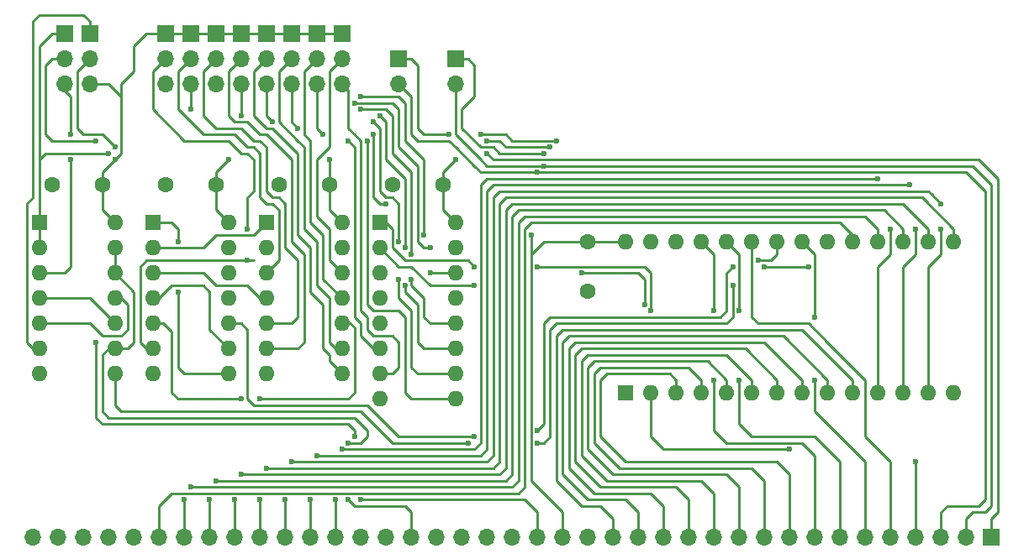
<source format=gtl>
G04 #@! TF.FileFunction,Copper,L1,Top,Signal*
%FSLAX46Y46*%
G04 Gerber Fmt 4.6, Leading zero omitted, Abs format (unit mm)*
G04 Created by KiCad (PCBNEW 4.0.7) date 12/22/18 18:54:53*
%MOMM*%
%LPD*%
G01*
G04 APERTURE LIST*
%ADD10C,0.100000*%
%ADD11R,1.600000X1.600000*%
%ADD12O,1.600000X1.600000*%
%ADD13C,1.600000*%
%ADD14R,1.700000X1.700000*%
%ADD15O,1.700000X1.700000*%
%ADD16C,0.600000*%
%ADD17C,0.250000*%
G04 APERTURE END LIST*
D10*
D11*
X149860000Y-133985000D03*
D12*
X182880000Y-118745000D03*
X152400000Y-133985000D03*
X180340000Y-118745000D03*
X154940000Y-133985000D03*
X177800000Y-118745000D03*
X157480000Y-133985000D03*
X175260000Y-118745000D03*
X160020000Y-133985000D03*
X172720000Y-118745000D03*
X162560000Y-133985000D03*
X170180000Y-118745000D03*
X165100000Y-133985000D03*
X167640000Y-118745000D03*
X167640000Y-133985000D03*
X165100000Y-118745000D03*
X170180000Y-133985000D03*
X162560000Y-118745000D03*
X172720000Y-133985000D03*
X160020000Y-118745000D03*
X175260000Y-133985000D03*
X157480000Y-118745000D03*
X177800000Y-133985000D03*
X154940000Y-118745000D03*
X180340000Y-133985000D03*
X152400000Y-118745000D03*
X182880000Y-133985000D03*
X149860000Y-118745000D03*
D13*
X131445000Y-113030000D03*
X126445000Y-113030000D03*
X120015000Y-113030000D03*
X115015000Y-113030000D03*
X146050000Y-118745000D03*
X146050000Y-123745000D03*
X108585000Y-113030000D03*
X103585000Y-113030000D03*
D14*
X186690000Y-148590000D03*
D15*
X184150000Y-148590000D03*
X181610000Y-148590000D03*
X179070000Y-148590000D03*
X176530000Y-148590000D03*
X173990000Y-148590000D03*
X171450000Y-148590000D03*
X168910000Y-148590000D03*
X166370000Y-148590000D03*
X163830000Y-148590000D03*
X161290000Y-148590000D03*
X158750000Y-148590000D03*
X156210000Y-148590000D03*
X153670000Y-148590000D03*
X151130000Y-148590000D03*
X148590000Y-148590000D03*
X146050000Y-148590000D03*
X143510000Y-148590000D03*
X140970000Y-148590000D03*
X138430000Y-148590000D03*
X135890000Y-148590000D03*
X133350000Y-148590000D03*
X130810000Y-148590000D03*
X128270000Y-148590000D03*
X125730000Y-148590000D03*
X123190000Y-148590000D03*
X120650000Y-148590000D03*
X118110000Y-148590000D03*
X115570000Y-148590000D03*
X113030000Y-148590000D03*
X110490000Y-148590000D03*
X107950000Y-148590000D03*
X105410000Y-148590000D03*
X102870000Y-148590000D03*
X100330000Y-148590000D03*
X97790000Y-148590000D03*
X95250000Y-148590000D03*
X92710000Y-148590000D03*
X90170000Y-148590000D03*
D14*
X127000000Y-100330000D03*
D15*
X127000000Y-102870000D03*
D14*
X132715000Y-100330000D03*
D15*
X132715000Y-102870000D03*
D14*
X103505000Y-97790000D03*
D15*
X103505000Y-100330000D03*
X103505000Y-102870000D03*
D14*
X106045000Y-97790000D03*
D15*
X106045000Y-100330000D03*
X106045000Y-102870000D03*
D14*
X108585000Y-97790000D03*
D15*
X108585000Y-100330000D03*
X108585000Y-102870000D03*
D14*
X111125000Y-97790000D03*
D15*
X111125000Y-100330000D03*
X111125000Y-102870000D03*
D14*
X113665000Y-97790000D03*
D15*
X113665000Y-100330000D03*
X113665000Y-102870000D03*
D14*
X116205000Y-97790000D03*
D15*
X116205000Y-100330000D03*
X116205000Y-102870000D03*
D14*
X95885000Y-97790000D03*
D15*
X95885000Y-100330000D03*
X95885000Y-102870000D03*
D14*
X118745000Y-97790000D03*
D15*
X118745000Y-100330000D03*
X118745000Y-102870000D03*
D14*
X121285000Y-97790000D03*
D15*
X121285000Y-100330000D03*
X121285000Y-102870000D03*
D11*
X125095000Y-116840000D03*
D12*
X132715000Y-134620000D03*
X125095000Y-119380000D03*
X132715000Y-132080000D03*
X125095000Y-121920000D03*
X132715000Y-129540000D03*
X125095000Y-124460000D03*
X132715000Y-127000000D03*
X125095000Y-127000000D03*
X132715000Y-124460000D03*
X125095000Y-129540000D03*
X132715000Y-121920000D03*
X125095000Y-132080000D03*
X132715000Y-119380000D03*
X125095000Y-134620000D03*
X132715000Y-116840000D03*
D11*
X113665000Y-116840000D03*
D12*
X121285000Y-132080000D03*
X113665000Y-119380000D03*
X121285000Y-129540000D03*
X113665000Y-121920000D03*
X121285000Y-127000000D03*
X113665000Y-124460000D03*
X121285000Y-124460000D03*
X113665000Y-127000000D03*
X121285000Y-121920000D03*
X113665000Y-129540000D03*
X121285000Y-119380000D03*
X113665000Y-132080000D03*
X121285000Y-116840000D03*
D11*
X102235000Y-116840000D03*
D12*
X109855000Y-132080000D03*
X102235000Y-119380000D03*
X109855000Y-129540000D03*
X102235000Y-121920000D03*
X109855000Y-127000000D03*
X102235000Y-124460000D03*
X109855000Y-124460000D03*
X102235000Y-127000000D03*
X109855000Y-121920000D03*
X102235000Y-129540000D03*
X109855000Y-119380000D03*
X102235000Y-132080000D03*
X109855000Y-116840000D03*
D11*
X90805000Y-116840000D03*
D12*
X98425000Y-132080000D03*
X90805000Y-119380000D03*
X98425000Y-129540000D03*
X90805000Y-121920000D03*
X98425000Y-127000000D03*
X90805000Y-124460000D03*
X98425000Y-124460000D03*
X90805000Y-127000000D03*
X98425000Y-121920000D03*
X90805000Y-129540000D03*
X98425000Y-119380000D03*
X90805000Y-132080000D03*
X98425000Y-116840000D03*
D13*
X97155000Y-113030000D03*
X92155000Y-113030000D03*
D14*
X93345000Y-97790000D03*
D15*
X93345000Y-100330000D03*
X93345000Y-102870000D03*
D16*
X140335000Y-118110000D03*
X132715000Y-110490000D03*
X120015000Y-110490000D03*
X98425000Y-110490000D03*
X109855000Y-110490000D03*
X97790000Y-109855000D03*
X135890000Y-109855000D03*
X141605000Y-111125000D03*
X140970000Y-111760000D03*
X134620000Y-123190000D03*
X134620000Y-121285000D03*
X179070000Y-140970000D03*
X166370000Y-139700000D03*
X152400000Y-125730000D03*
X140970000Y-121285000D03*
X168910000Y-132715000D03*
X168910000Y-126365000D03*
X161290000Y-125730000D03*
X161290000Y-132715000D03*
X158750000Y-132715000D03*
X158750000Y-125730000D03*
X176530000Y-117475000D03*
X175260000Y-112395000D03*
X121285000Y-139700000D03*
X120650000Y-144780000D03*
X178435000Y-113030000D03*
X179070000Y-117475000D03*
X118110000Y-144780000D03*
X118745000Y-140335000D03*
X116205000Y-140970000D03*
X181610000Y-114935000D03*
X181610000Y-117475000D03*
X115570000Y-144780000D03*
X113030000Y-144780000D03*
X113665000Y-141605000D03*
X111125000Y-142240000D03*
X110490000Y-144780000D03*
X108585000Y-142875000D03*
X107950000Y-144780000D03*
X106045000Y-143510000D03*
X105410000Y-144780000D03*
X96520000Y-128905000D03*
X123190000Y-144780000D03*
X122555000Y-138430000D03*
X121920000Y-144780000D03*
X121920000Y-139065000D03*
X135255000Y-107950000D03*
X132080000Y-107950000D03*
X142875000Y-108585000D03*
X145415000Y-121920000D03*
X151765000Y-125095000D03*
X141605000Y-109855000D03*
X111760000Y-117475000D03*
X122555000Y-104775000D03*
X130175000Y-119380000D03*
X123190000Y-105410000D03*
X106045000Y-105410000D03*
X128270000Y-120015000D03*
X130175000Y-121920000D03*
X129540000Y-118110000D03*
X123190000Y-104140000D03*
X111125000Y-106045000D03*
X125095000Y-106045000D03*
X127635000Y-119380000D03*
X128270000Y-122555000D03*
X127635000Y-123190000D03*
X127000000Y-118745000D03*
X114300000Y-106680000D03*
X124460000Y-106680000D03*
X116840000Y-107315000D03*
X125730000Y-114935000D03*
X127000000Y-122555000D03*
X124460000Y-107950000D03*
X121920000Y-108585000D03*
X96520000Y-108585000D03*
X98425000Y-109220000D03*
X135890000Y-108585000D03*
X142240000Y-109220000D03*
X123825000Y-108585000D03*
X119380000Y-107950000D03*
X140970000Y-137795000D03*
X134620000Y-138430000D03*
X160655000Y-121285000D03*
X168275000Y-121285000D03*
X163830000Y-121285000D03*
X163195000Y-120650000D03*
X160655000Y-123190000D03*
X140970000Y-139065000D03*
X133985000Y-139065000D03*
X111125000Y-134620000D03*
X113030000Y-134620000D03*
X111760000Y-120650000D03*
X93980000Y-107950000D03*
X93980000Y-110490000D03*
X104775000Y-123825000D03*
X104775000Y-118745000D03*
D17*
X97790000Y-102870000D02*
X99060000Y-104140000D01*
X99060000Y-104140000D02*
X99060000Y-103505000D01*
X99060000Y-102870000D02*
X99060000Y-103505000D01*
X99060000Y-103505000D02*
X99060000Y-109855000D01*
X99060000Y-109855000D02*
X98425000Y-110490000D01*
X140335000Y-120015000D02*
X140335000Y-118110000D01*
X95885000Y-102870000D02*
X97790000Y-102870000D01*
X99060000Y-102870000D02*
X100330000Y-101600000D01*
X100330000Y-101600000D02*
X100330000Y-99060000D01*
X100330000Y-99060000D02*
X101600000Y-97790000D01*
X101600000Y-97790000D02*
X103505000Y-97790000D01*
X118745000Y-97790000D02*
X121285000Y-97790000D01*
X116205000Y-97790000D02*
X118745000Y-97790000D01*
X113665000Y-97790000D02*
X116205000Y-97790000D01*
X111125000Y-97790000D02*
X113665000Y-97790000D01*
X108585000Y-97790000D02*
X111125000Y-97790000D01*
X106045000Y-97790000D02*
X108585000Y-97790000D01*
X103505000Y-97790000D02*
X106045000Y-97790000D01*
X131445000Y-111760000D02*
X131445000Y-113030000D01*
X131445000Y-111760000D02*
X132715000Y-110490000D01*
X120015000Y-111760000D02*
X120015000Y-110490000D01*
X120015000Y-111760000D02*
X120015000Y-113030000D01*
X97155000Y-111760000D02*
X98425000Y-110490000D01*
X97155000Y-113030000D02*
X97155000Y-111760000D01*
X108585000Y-111760000D02*
X109855000Y-110490000D01*
X108585000Y-111760000D02*
X108585000Y-113030000D01*
X131445000Y-113030000D02*
X131445000Y-115570000D01*
X131445000Y-115570000D02*
X132715000Y-116840000D01*
X120015000Y-113030000D02*
X120015000Y-115570000D01*
X120015000Y-115570000D02*
X121285000Y-116840000D01*
X108585000Y-113030000D02*
X108585000Y-115570000D01*
X108585000Y-115570000D02*
X109855000Y-116840000D01*
X97155000Y-113030000D02*
X97155000Y-115570000D01*
X97155000Y-115570000D02*
X98425000Y-116840000D01*
X145415000Y-118745000D02*
X149860000Y-118745000D01*
X143510000Y-148590000D02*
X143510000Y-146050000D01*
X143510000Y-146050000D02*
X140335000Y-142875000D01*
X140335000Y-142875000D02*
X140335000Y-120015000D01*
X141605000Y-118745000D02*
X145415000Y-118745000D01*
X140335000Y-120015000D02*
X141605000Y-118745000D01*
X90805000Y-110490000D02*
X90805000Y-99060000D01*
X92075000Y-97790000D02*
X93345000Y-97790000D01*
X90805000Y-99060000D02*
X92075000Y-97790000D01*
X139065000Y-110490000D02*
X136525000Y-110490000D01*
X186690000Y-148590000D02*
X186690000Y-146685000D01*
X187325000Y-112395000D02*
X185420000Y-110490000D01*
X187325000Y-146050000D02*
X187325000Y-112395000D01*
X186690000Y-146685000D02*
X187325000Y-146050000D01*
X139065000Y-110490000D02*
X185420000Y-110490000D01*
X135890000Y-109855000D02*
X136525000Y-110490000D01*
X90805000Y-110490000D02*
X90805000Y-116840000D01*
X91440000Y-109855000D02*
X90805000Y-110490000D01*
X97790000Y-109855000D02*
X91440000Y-109855000D01*
X90805000Y-119380000D02*
X90805000Y-116840000D01*
X135255000Y-110490000D02*
X132715000Y-107950000D01*
X132715000Y-107950000D02*
X132715000Y-102870000D01*
X140970000Y-111125000D02*
X139065000Y-111125000D01*
X139065000Y-111125000D02*
X135890000Y-111125000D01*
X135255000Y-110490000D02*
X135890000Y-111125000D01*
X184785000Y-111125000D02*
X141605000Y-111125000D01*
X141605000Y-111125000D02*
X140970000Y-111125000D01*
X186690000Y-113030000D02*
X184785000Y-111125000D01*
X184150000Y-146685000D02*
X184785000Y-146050000D01*
X184785000Y-146050000D02*
X186055000Y-146050000D01*
X186055000Y-146050000D02*
X186690000Y-145415000D01*
X186690000Y-145415000D02*
X186690000Y-113030000D01*
X184150000Y-148590000D02*
X184150000Y-146685000D01*
X127000000Y-121285000D02*
X128270000Y-121285000D01*
X128270000Y-121285000D02*
X130175000Y-123190000D01*
X130175000Y-123190000D02*
X134620000Y-123190000D01*
X127000000Y-121285000D02*
X125095000Y-119380000D01*
X127000000Y-102870000D02*
X128270000Y-104140000D01*
X132715000Y-109220000D02*
X132080000Y-108585000D01*
X137795000Y-111760000D02*
X135255000Y-111760000D01*
X137795000Y-111760000D02*
X140970000Y-111760000D01*
X134620000Y-111125000D02*
X135255000Y-111760000D01*
X134620000Y-111125000D02*
X132715000Y-109220000D01*
X132080000Y-108585000D02*
X128905000Y-108585000D01*
X128905000Y-108585000D02*
X128270000Y-107950000D01*
X128270000Y-104140000D02*
X128270000Y-107950000D01*
X140970000Y-111760000D02*
X141605000Y-111760000D01*
X186055000Y-113665000D02*
X184150000Y-111760000D01*
X184150000Y-111760000D02*
X141605000Y-111760000D01*
X181610000Y-148590000D02*
X181610000Y-146050000D01*
X186055000Y-144780000D02*
X186055000Y-114300000D01*
X185420000Y-145415000D02*
X186055000Y-144780000D01*
X182245000Y-145415000D02*
X185420000Y-145415000D01*
X181610000Y-146050000D02*
X182245000Y-145415000D01*
X186055000Y-114300000D02*
X186055000Y-113665000D01*
X125095000Y-116840000D02*
X125730000Y-116840000D01*
X125730000Y-116840000D02*
X126365000Y-117475000D01*
X126365000Y-117475000D02*
X126365000Y-119380000D01*
X126365000Y-119380000D02*
X127635000Y-120650000D01*
X127635000Y-120650000D02*
X133985000Y-120650000D01*
X133985000Y-120650000D02*
X134620000Y-121285000D01*
X166370000Y-139700000D02*
X153670000Y-139700000D01*
X153670000Y-139700000D02*
X152400000Y-138430000D01*
X152400000Y-133985000D02*
X152400000Y-138430000D01*
X179070000Y-140970000D02*
X179070000Y-148590000D01*
X152400000Y-121920000D02*
X152400000Y-125730000D01*
X151765000Y-121285000D02*
X152400000Y-121920000D01*
X140970000Y-121285000D02*
X151765000Y-121285000D01*
X174625000Y-139065000D02*
X176530000Y-140970000D01*
X176530000Y-148590000D02*
X176530000Y-140970000D01*
X173990000Y-132715000D02*
X170180000Y-128905000D01*
X173990000Y-138430000D02*
X173990000Y-132715000D01*
X174625000Y-139065000D02*
X173990000Y-138430000D01*
X170180000Y-128905000D02*
X168275000Y-127000000D01*
X162560000Y-121285000D02*
X162560000Y-118745000D01*
X162560000Y-126365000D02*
X163195000Y-127000000D01*
X163195000Y-127000000D02*
X168275000Y-127000000D01*
X162560000Y-121285000D02*
X162560000Y-126365000D01*
X170815000Y-137795000D02*
X168910000Y-135890000D01*
X172085000Y-139065000D02*
X173990000Y-140970000D01*
X173990000Y-148590000D02*
X173990000Y-140970000D01*
X168910000Y-135890000D02*
X168910000Y-132715000D01*
X172085000Y-139065000D02*
X170815000Y-137795000D01*
X168910000Y-120015000D02*
X168910000Y-126365000D01*
X167640000Y-118745000D02*
X168910000Y-120015000D01*
X169545000Y-139065000D02*
X171450000Y-140970000D01*
X161290000Y-120015000D02*
X161290000Y-125730000D01*
X161290000Y-132715000D02*
X161290000Y-137160000D01*
X161290000Y-137160000D02*
X162560000Y-138430000D01*
X162560000Y-138430000D02*
X168910000Y-138430000D01*
X168910000Y-138430000D02*
X169545000Y-139065000D01*
X171450000Y-148590000D02*
X171450000Y-140970000D01*
X161290000Y-120015000D02*
X160020000Y-118745000D01*
X168910000Y-140970000D02*
X168910000Y-140335000D01*
X167005000Y-139065000D02*
X160020000Y-139065000D01*
X160020000Y-139065000D02*
X158750000Y-137795000D01*
X158750000Y-137795000D02*
X158750000Y-132715000D01*
X158750000Y-125730000D02*
X158750000Y-120015000D01*
X157480000Y-118745000D02*
X158750000Y-120015000D01*
X168910000Y-140970000D02*
X168910000Y-148590000D01*
X167640000Y-139065000D02*
X167005000Y-139065000D01*
X168910000Y-140335000D02*
X167640000Y-139065000D01*
X154940000Y-133985000D02*
X154940000Y-132715000D01*
X166370000Y-142240000D02*
X166370000Y-148590000D01*
X165100000Y-140970000D02*
X166370000Y-142240000D01*
X149860000Y-140970000D02*
X165100000Y-140970000D01*
X147320000Y-138430000D02*
X149860000Y-140970000D01*
X147320000Y-132715000D02*
X147320000Y-138430000D01*
X147955000Y-132080000D02*
X147320000Y-132715000D01*
X154305000Y-132080000D02*
X147955000Y-132080000D01*
X154940000Y-132715000D02*
X154305000Y-132080000D01*
X162560000Y-141605000D02*
X163830000Y-142875000D01*
X157480000Y-133985000D02*
X157480000Y-132715000D01*
X163830000Y-142875000D02*
X163830000Y-148590000D01*
X149225000Y-141605000D02*
X162560000Y-141605000D01*
X146685000Y-139065000D02*
X149225000Y-141605000D01*
X146685000Y-132080000D02*
X146685000Y-139065000D01*
X147320000Y-131445000D02*
X146685000Y-132080000D01*
X156210000Y-131445000D02*
X147320000Y-131445000D01*
X157480000Y-132715000D02*
X156210000Y-131445000D01*
X161290000Y-148590000D02*
X161290000Y-143510000D01*
X160020000Y-132715000D02*
X160020000Y-133985000D01*
X158115000Y-130810000D02*
X160020000Y-132715000D01*
X146685000Y-130810000D02*
X158115000Y-130810000D01*
X146050000Y-131445000D02*
X146685000Y-130810000D01*
X146050000Y-139700000D02*
X146050000Y-131445000D01*
X148590000Y-142240000D02*
X146050000Y-139700000D01*
X160020000Y-142240000D02*
X148590000Y-142240000D01*
X161290000Y-143510000D02*
X160020000Y-142240000D01*
X162560000Y-133985000D02*
X162560000Y-132715000D01*
X158750000Y-144145000D02*
X158750000Y-148590000D01*
X157480000Y-142875000D02*
X158750000Y-144145000D01*
X147955000Y-142875000D02*
X157480000Y-142875000D01*
X145415000Y-140335000D02*
X147955000Y-142875000D01*
X145415000Y-130810000D02*
X145415000Y-140335000D01*
X146050000Y-130175000D02*
X145415000Y-130810000D01*
X160020000Y-130175000D02*
X146050000Y-130175000D01*
X162560000Y-132715000D02*
X160020000Y-130175000D01*
X156210000Y-148590000D02*
X156210000Y-144780000D01*
X165100000Y-132715000D02*
X165100000Y-133985000D01*
X161925000Y-129540000D02*
X165100000Y-132715000D01*
X145415000Y-129540000D02*
X161925000Y-129540000D01*
X144780000Y-130175000D02*
X145415000Y-129540000D01*
X144780000Y-140970000D02*
X144780000Y-130175000D01*
X147320000Y-143510000D02*
X144780000Y-140970000D01*
X154940000Y-143510000D02*
X147320000Y-143510000D01*
X156210000Y-144780000D02*
X154940000Y-143510000D01*
X167640000Y-133985000D02*
X167640000Y-132715000D01*
X153670000Y-145415000D02*
X153670000Y-148590000D01*
X152400000Y-144145000D02*
X153670000Y-145415000D01*
X146685000Y-144145000D02*
X152400000Y-144145000D01*
X144145000Y-141605000D02*
X146685000Y-144145000D01*
X144145000Y-129540000D02*
X144145000Y-141605000D01*
X144780000Y-128905000D02*
X144145000Y-129540000D01*
X163830000Y-128905000D02*
X144780000Y-128905000D01*
X167640000Y-132715000D02*
X163830000Y-128905000D01*
X151130000Y-148590000D02*
X151130000Y-146050000D01*
X170180000Y-132715000D02*
X170180000Y-133985000D01*
X165735000Y-128270000D02*
X170180000Y-132715000D01*
X144145000Y-128270000D02*
X165735000Y-128270000D01*
X143510000Y-128905000D02*
X144145000Y-128270000D01*
X143510000Y-142240000D02*
X143510000Y-128905000D01*
X146050000Y-144780000D02*
X143510000Y-142240000D01*
X149860000Y-144780000D02*
X146050000Y-144780000D01*
X151130000Y-146050000D02*
X149860000Y-144780000D01*
X172720000Y-133985000D02*
X172720000Y-132715000D01*
X148590000Y-146685000D02*
X148590000Y-148590000D01*
X147320000Y-145415000D02*
X148590000Y-146685000D01*
X145415000Y-145415000D02*
X147320000Y-145415000D01*
X142875000Y-142875000D02*
X145415000Y-145415000D01*
X142875000Y-128270000D02*
X142875000Y-142875000D01*
X143510000Y-127635000D02*
X142875000Y-128270000D01*
X167640000Y-127635000D02*
X143510000Y-127635000D01*
X172720000Y-132715000D02*
X167640000Y-127635000D01*
X121285000Y-139700000D02*
X132080000Y-139700000D01*
X135255000Y-113030000D02*
X135255000Y-139065000D01*
X134620000Y-139700000D02*
X132080000Y-139700000D01*
X135255000Y-139065000D02*
X134620000Y-139700000D01*
X138430000Y-112395000D02*
X168275000Y-112395000D01*
X175260000Y-130810000D02*
X175260000Y-121285000D01*
X175260000Y-121285000D02*
X176530000Y-120015000D01*
X176530000Y-120015000D02*
X176530000Y-117475000D01*
X175260000Y-112395000D02*
X168275000Y-112395000D01*
X137160000Y-112395000D02*
X136525000Y-112395000D01*
X137160000Y-112395000D02*
X138430000Y-112395000D01*
X135890000Y-112395000D02*
X135255000Y-113030000D01*
X136525000Y-112395000D02*
X135890000Y-112395000D01*
X175260000Y-130810000D02*
X175260000Y-133985000D01*
X120650000Y-144780000D02*
X120650000Y-148590000D01*
X132715000Y-140335000D02*
X135255000Y-140335000D01*
X135890000Y-139700000D02*
X135890000Y-113665000D01*
X135255000Y-140335000D02*
X135890000Y-139700000D01*
X137795000Y-113030000D02*
X136525000Y-113030000D01*
X136525000Y-113030000D02*
X135890000Y-113665000D01*
X138430000Y-113030000D02*
X168275000Y-113030000D01*
X178435000Y-113030000D02*
X168275000Y-113030000D01*
X177800000Y-133985000D02*
X177800000Y-121285000D01*
X179070000Y-120015000D02*
X179070000Y-117475000D01*
X177800000Y-121285000D02*
X179070000Y-120015000D01*
X138430000Y-113030000D02*
X137795000Y-113030000D01*
X118110000Y-144780000D02*
X118110000Y-148590000D01*
X123190000Y-140335000D02*
X118745000Y-140335000D01*
X132715000Y-140335000D02*
X123190000Y-140335000D01*
X136525000Y-114300000D02*
X136525000Y-140335000D01*
X133350000Y-140970000D02*
X116205000Y-140970000D01*
X138430000Y-113665000D02*
X168275000Y-113665000D01*
X180340000Y-113665000D02*
X168275000Y-113665000D01*
X180340000Y-133985000D02*
X180340000Y-121285000D01*
X181610000Y-114935000D02*
X180657500Y-113982500D01*
X181610000Y-120015000D02*
X181610000Y-117475000D01*
X180340000Y-121285000D02*
X181610000Y-120015000D01*
X180657500Y-113982500D02*
X180340000Y-113665000D01*
X138430000Y-113665000D02*
X137795000Y-113665000D01*
X137160000Y-113665000D02*
X136525000Y-114300000D01*
X137795000Y-113665000D02*
X137160000Y-113665000D01*
X136525000Y-140335000D02*
X135890000Y-140970000D01*
X135890000Y-140970000D02*
X133350000Y-140970000D01*
X115570000Y-144780000D02*
X115570000Y-148590000D01*
X133985000Y-141605000D02*
X136525000Y-141605000D01*
X137160000Y-140970000D02*
X137160000Y-114935000D01*
X136525000Y-141605000D02*
X137160000Y-140970000D01*
X138430000Y-114300000D02*
X137795000Y-114300000D01*
X179889998Y-114484998D02*
X179705000Y-114300000D01*
X182880000Y-118745000D02*
X182880000Y-117475000D01*
X182880000Y-117475000D02*
X179889998Y-114484998D01*
X179705000Y-114300000D02*
X168275000Y-114300000D01*
X138430000Y-114300000D02*
X168275000Y-114300000D01*
X137795000Y-114300000D02*
X137160000Y-114935000D01*
X113030000Y-144780000D02*
X113030000Y-148590000D01*
X133985000Y-141605000D02*
X113665000Y-141605000D01*
X137795000Y-115570000D02*
X137795000Y-141605000D01*
X113665000Y-142240000D02*
X111125000Y-142240000D01*
X134620000Y-142240000D02*
X113665000Y-142240000D01*
X137795000Y-115570000D02*
X138430000Y-114935000D01*
X139065000Y-114935000D02*
X138430000Y-114935000D01*
X180340000Y-118745000D02*
X180340000Y-117475000D01*
X177800000Y-114935000D02*
X168275000Y-114935000D01*
X180340000Y-117475000D02*
X177800000Y-114935000D01*
X139065000Y-114935000D02*
X168275000Y-114935000D01*
X137795000Y-141605000D02*
X137160000Y-142240000D01*
X137160000Y-142240000D02*
X134620000Y-142240000D01*
X110490000Y-144780000D02*
X110490000Y-148590000D01*
X135255000Y-142875000D02*
X137795000Y-142875000D01*
X138430000Y-142240000D02*
X138430000Y-116205000D01*
X137795000Y-142875000D02*
X138430000Y-142240000D01*
X134620000Y-142875000D02*
X135255000Y-142875000D01*
X139065000Y-115570000D02*
X138430000Y-116205000D01*
X139065000Y-115570000D02*
X168275000Y-115570000D01*
X175260000Y-115570000D02*
X168275000Y-115570000D01*
X175895000Y-115570000D02*
X177800000Y-117475000D01*
X177800000Y-117475000D02*
X177800000Y-118745000D01*
X175260000Y-115570000D02*
X175895000Y-115570000D01*
X108585000Y-142875000D02*
X134620000Y-142875000D01*
X134620000Y-142875000D02*
X135070002Y-142875000D01*
X107950000Y-148590000D02*
X107950000Y-144780000D01*
X177800000Y-118745000D02*
X177800000Y-118110000D01*
X139065000Y-142240000D02*
X139065000Y-142875000D01*
X138430000Y-143510000D02*
X137795000Y-143510000D01*
X139065000Y-142875000D02*
X138430000Y-143510000D01*
X139065000Y-116840000D02*
X139065000Y-142240000D01*
X137795000Y-143510000D02*
X135890000Y-143510000D01*
X135890000Y-143510000D02*
X106045000Y-143510000D01*
X168275000Y-116205000D02*
X139700000Y-116205000D01*
X175260000Y-117475000D02*
X173990000Y-116205000D01*
X173990000Y-116205000D02*
X168275000Y-116205000D01*
X175260000Y-118745000D02*
X175260000Y-117475000D01*
X139700000Y-116205000D02*
X139065000Y-116840000D01*
X105410000Y-144780000D02*
X105410000Y-148590000D01*
X139700000Y-142875000D02*
X139700000Y-143510000D01*
X139065000Y-144145000D02*
X138430000Y-144145000D01*
X139700000Y-143510000D02*
X139065000Y-144145000D01*
X136525000Y-144145000D02*
X138430000Y-144145000D01*
X136525000Y-144145000D02*
X104775000Y-144145000D01*
X104775000Y-144145000D02*
X104140000Y-144145000D01*
X104140000Y-144145000D02*
X102870000Y-145415000D01*
X102870000Y-145415000D02*
X102870000Y-148590000D01*
X139700000Y-142875000D02*
X139700000Y-117475000D01*
X140335000Y-116840000D02*
X139700000Y-117475000D01*
X168275000Y-116840000D02*
X140335000Y-116840000D01*
X171450000Y-116840000D02*
X168275000Y-116840000D01*
X172720000Y-118110000D02*
X171450000Y-116840000D01*
X172720000Y-118745000D02*
X172720000Y-118110000D01*
X122555000Y-138430000D02*
X122555000Y-137795000D01*
X122555000Y-137795000D02*
X121920000Y-137160000D01*
X121920000Y-137160000D02*
X97155000Y-137160000D01*
X140970000Y-148590000D02*
X140970000Y-146050000D01*
X125095000Y-144780000D02*
X139065000Y-144780000D01*
X139065000Y-144780000D02*
X139700000Y-144780000D01*
X139700000Y-144780000D02*
X140970000Y-146050000D01*
X125095000Y-144780000D02*
X123190000Y-144780000D01*
X96520000Y-128905000D02*
X96520000Y-136525000D01*
X96520000Y-136525000D02*
X97155000Y-137160000D01*
X90805000Y-124460000D02*
X90170000Y-124460000D01*
X90805000Y-124460000D02*
X95885000Y-124460000D01*
X95885000Y-124460000D02*
X98425000Y-127000000D01*
X123190000Y-139065000D02*
X123825000Y-138430000D01*
X122555000Y-136525000D02*
X123825000Y-137795000D01*
X123825000Y-137795000D02*
X123825000Y-138430000D01*
X97155000Y-135890000D02*
X97790000Y-136525000D01*
X97790000Y-136525000D02*
X122555000Y-136525000D01*
X97155000Y-135890000D02*
X97155000Y-133985000D01*
X97155000Y-130175000D02*
X97155000Y-133985000D01*
X97790000Y-129540000D02*
X97155000Y-130175000D01*
X122555000Y-145415000D02*
X121920000Y-144780000D01*
X128270000Y-146050000D02*
X128270000Y-148590000D01*
X127635000Y-145415000D02*
X123825000Y-145415000D01*
X128270000Y-146050000D02*
X127635000Y-145415000D01*
X123825000Y-145415000D02*
X122555000Y-145415000D01*
X123190000Y-139065000D02*
X121920000Y-139065000D01*
X98425000Y-129540000D02*
X97790000Y-129540000D01*
X100330000Y-127635000D02*
X100330000Y-128905000D01*
X99695000Y-129540000D02*
X98425000Y-129540000D01*
X100330000Y-128905000D02*
X99695000Y-129540000D01*
X98425000Y-121920000D02*
X100330000Y-123825000D01*
X100330000Y-123825000D02*
X100330000Y-127635000D01*
X98425000Y-121920000D02*
X98425000Y-119380000D01*
X127000000Y-100330000D02*
X128270000Y-100330000D01*
X138430000Y-108585000D02*
X137795000Y-107950000D01*
X137795000Y-107950000D02*
X135255000Y-107950000D01*
X142875000Y-108585000D02*
X138430000Y-108585000D01*
X129540000Y-107950000D02*
X132080000Y-107950000D01*
X128905000Y-107315000D02*
X129540000Y-107950000D01*
X128905000Y-100965000D02*
X128905000Y-107315000D01*
X128270000Y-100330000D02*
X128905000Y-100965000D01*
X132715000Y-100330000D02*
X133985000Y-100330000D01*
X151765000Y-125095000D02*
X151765000Y-122555000D01*
X151765000Y-122555000D02*
X151130000Y-121920000D01*
X151130000Y-121920000D02*
X145415000Y-121920000D01*
X137160000Y-109855000D02*
X141605000Y-109855000D01*
X136525000Y-109220000D02*
X137160000Y-109855000D01*
X135255000Y-109220000D02*
X136525000Y-109220000D01*
X133350000Y-107315000D02*
X135255000Y-109220000D01*
X133350000Y-105410000D02*
X133350000Y-107315000D01*
X134620000Y-104140000D02*
X133350000Y-105410000D01*
X134620000Y-100965000D02*
X134620000Y-104140000D01*
X133985000Y-100330000D02*
X134620000Y-100965000D01*
X102235000Y-101600000D02*
X103505000Y-100330000D01*
X102235000Y-105410000D02*
X102235000Y-101600000D01*
X105410000Y-108585000D02*
X102235000Y-105410000D01*
X109855000Y-108585000D02*
X105410000Y-108585000D01*
X111125000Y-109855000D02*
X109855000Y-108585000D01*
X111760000Y-109855000D02*
X111125000Y-109855000D01*
X112395000Y-110490000D02*
X111760000Y-109855000D01*
X112395000Y-113665000D02*
X112395000Y-110490000D01*
X111760000Y-114300000D02*
X112395000Y-113665000D01*
X111760000Y-117475000D02*
X111760000Y-114300000D01*
X128905000Y-111125000D02*
X127000000Y-109220000D01*
X127000000Y-105410000D02*
X126365000Y-104775000D01*
X127000000Y-109220000D02*
X127000000Y-105410000D01*
X126365000Y-104775000D02*
X122555000Y-104775000D01*
X130175000Y-119380000D02*
X129540000Y-119380000D01*
X129540000Y-119380000D02*
X128905000Y-118745000D01*
X128905000Y-118745000D02*
X128905000Y-111125000D01*
X113030000Y-110490000D02*
X113030000Y-109855000D01*
X112395000Y-109220000D02*
X111760000Y-109220000D01*
X113030000Y-109855000D02*
X112395000Y-109220000D01*
X114300000Y-114935000D02*
X113665000Y-114935000D01*
X114935000Y-120650000D02*
X114935000Y-115570000D01*
X114935000Y-115570000D02*
X114300000Y-114935000D01*
X113665000Y-121920000D02*
X114935000Y-120650000D01*
X104775000Y-101600000D02*
X106045000Y-100330000D01*
X104775000Y-105410000D02*
X104775000Y-101600000D01*
X107315000Y-107950000D02*
X104775000Y-105410000D01*
X110490000Y-107950000D02*
X107315000Y-107950000D01*
X111760000Y-109220000D02*
X110490000Y-107950000D01*
X113030000Y-114300000D02*
X113030000Y-110490000D01*
X113665000Y-114935000D02*
X113030000Y-114300000D01*
X128270000Y-111760000D02*
X126365000Y-109855000D01*
X126365000Y-106045000D02*
X125730000Y-105410000D01*
X126365000Y-109855000D02*
X126365000Y-106045000D01*
X128270000Y-120015000D02*
X128270000Y-112395000D01*
X128270000Y-112395000D02*
X128270000Y-111760000D01*
X130175000Y-121920000D02*
X132715000Y-121920000D01*
X125730000Y-105410000D02*
X123190000Y-105410000D01*
X106045000Y-105410000D02*
X106045000Y-102870000D01*
X106045000Y-105410000D02*
X106045000Y-105410000D01*
X113665000Y-109855000D02*
X113665000Y-109220000D01*
X113030000Y-108585000D02*
X112395000Y-108585000D01*
X113665000Y-109220000D02*
X113030000Y-108585000D01*
X113665000Y-127000000D02*
X116205000Y-127000000D01*
X107315000Y-101600000D02*
X108585000Y-100330000D01*
X107315000Y-106045000D02*
X107315000Y-101600000D01*
X108585000Y-107315000D02*
X107315000Y-106045000D01*
X111125000Y-107315000D02*
X108585000Y-107315000D01*
X112395000Y-108585000D02*
X111125000Y-107315000D01*
X113665000Y-113665000D02*
X113665000Y-109855000D01*
X114300000Y-114300000D02*
X113665000Y-113665000D01*
X114935000Y-114300000D02*
X114300000Y-114300000D01*
X115570000Y-114935000D02*
X114935000Y-114300000D01*
X115570000Y-119380000D02*
X115570000Y-114935000D01*
X116840000Y-120650000D02*
X115570000Y-119380000D01*
X116840000Y-126365000D02*
X116840000Y-120650000D01*
X116205000Y-127000000D02*
X116840000Y-126365000D01*
X129540000Y-111125000D02*
X129540000Y-110490000D01*
X129540000Y-118110000D02*
X129540000Y-111125000D01*
X127000000Y-104140000D02*
X123190000Y-104140000D01*
X127635000Y-104775000D02*
X127000000Y-104140000D01*
X127635000Y-108585000D02*
X127635000Y-104775000D01*
X129540000Y-110490000D02*
X127635000Y-108585000D01*
X113665000Y-107950000D02*
X113030000Y-107950000D01*
X117475000Y-120015000D02*
X116205000Y-118745000D01*
X116205000Y-118745000D02*
X116205000Y-110490000D01*
X116205000Y-110490000D02*
X113665000Y-107950000D01*
X113665000Y-129540000D02*
X116840000Y-129540000D01*
X116840000Y-129540000D02*
X117475000Y-128905000D01*
X117475000Y-128905000D02*
X117475000Y-120015000D01*
X109855000Y-101600000D02*
X111125000Y-100330000D01*
X109855000Y-106045000D02*
X109855000Y-101600000D01*
X110490000Y-106680000D02*
X109855000Y-106045000D01*
X111760000Y-106680000D02*
X110490000Y-106680000D01*
X113030000Y-107950000D02*
X111760000Y-106680000D01*
X127635000Y-112395000D02*
X127000000Y-111760000D01*
X125730000Y-106680000D02*
X125095000Y-106045000D01*
X125730000Y-107315000D02*
X125730000Y-106680000D01*
X125730000Y-110490000D02*
X125730000Y-107315000D01*
X126365000Y-111125000D02*
X125730000Y-110490000D01*
X127000000Y-111760000D02*
X126365000Y-111125000D01*
X111125000Y-106045000D02*
X111125000Y-102870000D01*
X127635000Y-114935000D02*
X127635000Y-112395000D01*
X132715000Y-127000000D02*
X130175000Y-127000000D01*
X127635000Y-119380000D02*
X127635000Y-114935000D01*
X128270000Y-123190000D02*
X128270000Y-122555000D01*
X129540000Y-124460000D02*
X128270000Y-123190000D01*
X129540000Y-126365000D02*
X129540000Y-124460000D01*
X130175000Y-127000000D02*
X129540000Y-126365000D01*
X113665000Y-100330000D02*
X112395000Y-101600000D01*
X120015000Y-130810000D02*
X121285000Y-132080000D01*
X120015000Y-130175000D02*
X120015000Y-130810000D01*
X119380000Y-129540000D02*
X120015000Y-130175000D01*
X119380000Y-125095000D02*
X119380000Y-129540000D01*
X118110000Y-123825000D02*
X119380000Y-125095000D01*
X118110000Y-119380000D02*
X118110000Y-123825000D01*
X116840000Y-118110000D02*
X118110000Y-119380000D01*
X116840000Y-109855000D02*
X116840000Y-118110000D01*
X114300000Y-107315000D02*
X116840000Y-109855000D01*
X113665000Y-107315000D02*
X114300000Y-107315000D01*
X112395000Y-106045000D02*
X113665000Y-107315000D01*
X112395000Y-101600000D02*
X112395000Y-106045000D01*
X125095000Y-108585000D02*
X125095000Y-107315000D01*
X127000000Y-118745000D02*
X127000000Y-114935000D01*
X127000000Y-114935000D02*
X126365000Y-114300000D01*
X126365000Y-114300000D02*
X125730000Y-114300000D01*
X125730000Y-114300000D02*
X125095000Y-113665000D01*
X125095000Y-113665000D02*
X125095000Y-108585000D01*
X132715000Y-129540000D02*
X129540000Y-129540000D01*
X128905000Y-125095000D02*
X127635000Y-123825000D01*
X128905000Y-128905000D02*
X128905000Y-125095000D01*
X129540000Y-129540000D02*
X128905000Y-128905000D01*
X127635000Y-123825000D02*
X127635000Y-123190000D01*
X113665000Y-106045000D02*
X113665000Y-102870000D01*
X114300000Y-106680000D02*
X113665000Y-106045000D01*
X125095000Y-107315000D02*
X124460000Y-106680000D01*
X116205000Y-100330000D02*
X114935000Y-101600000D01*
X120015000Y-128905000D02*
X120650000Y-129540000D01*
X120015000Y-124460000D02*
X120015000Y-128905000D01*
X118745000Y-123190000D02*
X120015000Y-124460000D01*
X118745000Y-118745000D02*
X118745000Y-123190000D01*
X117475000Y-117475000D02*
X118745000Y-118745000D01*
X117475000Y-109220000D02*
X117475000Y-117475000D01*
X116840000Y-108585000D02*
X117475000Y-109220000D01*
X114935000Y-106680000D02*
X116840000Y-108585000D01*
X114935000Y-101600000D02*
X114935000Y-106680000D01*
X120650000Y-129540000D02*
X121285000Y-129540000D01*
X116840000Y-107315000D02*
X116205000Y-106680000D01*
X116205000Y-102870000D02*
X116205000Y-106680000D01*
X127000000Y-123190000D02*
X127000000Y-122555000D01*
X128905000Y-132080000D02*
X128270000Y-131445000D01*
X128270000Y-131445000D02*
X128270000Y-125730000D01*
X128270000Y-125730000D02*
X127000000Y-124460000D01*
X127000000Y-124460000D02*
X127000000Y-123190000D01*
X128905000Y-132080000D02*
X132715000Y-132080000D01*
X124460000Y-114300000D02*
X124460000Y-108585000D01*
X125095000Y-114935000D02*
X124460000Y-114300000D01*
X125730000Y-114935000D02*
X125095000Y-114935000D01*
X124460000Y-108585000D02*
X124460000Y-107950000D01*
X123190000Y-127000000D02*
X122555000Y-126365000D01*
X122555000Y-126365000D02*
X122555000Y-125730000D01*
X122555000Y-111125000D02*
X122555000Y-109220000D01*
X122555000Y-109220000D02*
X121920000Y-108585000D01*
X122555000Y-125730000D02*
X122555000Y-111125000D01*
X96520000Y-108585000D02*
X92075000Y-108585000D01*
X92075000Y-108585000D02*
X91440000Y-107950000D01*
X91440000Y-107950000D02*
X91440000Y-100965000D01*
X91440000Y-100965000D02*
X92075000Y-100330000D01*
X92075000Y-100330000D02*
X93345000Y-100330000D01*
X124460000Y-129540000D02*
X123190000Y-128270000D01*
X123190000Y-128270000D02*
X123190000Y-127000000D01*
X125095000Y-129540000D02*
X124460000Y-129540000D01*
X90805000Y-129540000D02*
X90170000Y-129540000D01*
X90170000Y-129540000D02*
X89535000Y-128905000D01*
X89535000Y-128905000D02*
X89535000Y-114935000D01*
X89535000Y-114935000D02*
X90170000Y-114300000D01*
X90170000Y-114300000D02*
X90170000Y-96520000D01*
X90170000Y-96520000D02*
X90805000Y-95885000D01*
X90805000Y-95885000D02*
X95250000Y-95885000D01*
X95250000Y-95885000D02*
X95885000Y-96520000D01*
X95885000Y-96520000D02*
X95885000Y-97790000D01*
X98425000Y-109220000D02*
X97155000Y-107950000D01*
X95250000Y-107950000D02*
X94615000Y-107315000D01*
X97155000Y-107950000D02*
X95250000Y-107950000D01*
X95885000Y-100330000D02*
X94615000Y-101600000D01*
X94615000Y-104775000D02*
X94615000Y-107315000D01*
X94615000Y-101600000D02*
X94615000Y-104775000D01*
X137795000Y-109220000D02*
X137160000Y-108585000D01*
X137160000Y-108585000D02*
X135890000Y-108585000D01*
X142240000Y-109220000D02*
X137795000Y-109220000D01*
X118745000Y-100330000D02*
X117475000Y-101600000D01*
X119380000Y-122555000D02*
X121285000Y-124460000D01*
X119380000Y-118110000D02*
X119380000Y-122555000D01*
X118110000Y-116840000D02*
X119380000Y-118110000D01*
X118110000Y-108585000D02*
X118110000Y-116840000D01*
X117475000Y-107950000D02*
X118110000Y-108585000D01*
X117475000Y-101600000D02*
X117475000Y-107950000D01*
X128270000Y-134620000D02*
X127635000Y-133985000D01*
X127635000Y-133985000D02*
X127635000Y-126365000D01*
X127635000Y-126365000D02*
X127000000Y-125730000D01*
X127000000Y-125730000D02*
X124460000Y-125730000D01*
X124460000Y-125730000D02*
X123825000Y-125095000D01*
X123825000Y-125095000D02*
X123825000Y-108585000D01*
X132715000Y-134620000D02*
X128270000Y-134620000D01*
X118745000Y-107315000D02*
X118745000Y-102870000D01*
X119380000Y-107950000D02*
X118745000Y-107315000D01*
X121285000Y-100330000D02*
X120015000Y-101600000D01*
X120015000Y-120650000D02*
X121285000Y-121920000D01*
X120015000Y-117475000D02*
X120015000Y-120650000D01*
X118745000Y-116205000D02*
X120015000Y-117475000D01*
X118745000Y-110490000D02*
X118745000Y-116205000D01*
X120015000Y-109220000D02*
X118745000Y-110490000D01*
X120015000Y-107315000D02*
X120015000Y-109220000D01*
X120015000Y-101600000D02*
X120015000Y-107315000D01*
X123190000Y-108585000D02*
X122555000Y-107950000D01*
X123190000Y-125095000D02*
X123190000Y-108585000D01*
X126365000Y-132080000D02*
X127000000Y-131445000D01*
X127000000Y-131445000D02*
X127000000Y-128905000D01*
X127000000Y-128905000D02*
X126365000Y-128270000D01*
X126365000Y-128270000D02*
X124460000Y-128270000D01*
X124460000Y-128270000D02*
X123825000Y-127635000D01*
X123825000Y-127635000D02*
X123825000Y-126365000D01*
X125095000Y-132080000D02*
X126365000Y-132080000D01*
X123190000Y-125730000D02*
X123825000Y-126365000D01*
X123190000Y-125095000D02*
X123190000Y-125730000D01*
X121920000Y-103505000D02*
X121285000Y-102870000D01*
X121920000Y-107315000D02*
X121920000Y-103505000D01*
X122555000Y-107950000D02*
X121920000Y-107315000D01*
X159385000Y-126365000D02*
X160020000Y-125730000D01*
X141605000Y-127000000D02*
X142240000Y-126365000D01*
X133350000Y-138430000D02*
X134620000Y-138430000D01*
X109855000Y-127000000D02*
X111125000Y-127000000D01*
X123825000Y-135255000D02*
X127000000Y-138430000D01*
X112395000Y-135255000D02*
X123825000Y-135255000D01*
X111760000Y-134620000D02*
X112395000Y-135255000D01*
X111760000Y-127635000D02*
X111760000Y-134620000D01*
X111125000Y-127000000D02*
X111760000Y-127635000D01*
X133350000Y-138430000D02*
X127000000Y-138430000D01*
X141605000Y-137160000D02*
X141605000Y-135255000D01*
X140970000Y-137795000D02*
X141605000Y-137160000D01*
X141605000Y-127000000D02*
X141605000Y-135255000D01*
X142240000Y-126365000D02*
X151130000Y-126365000D01*
X158750000Y-126365000D02*
X151130000Y-126365000D01*
X159385000Y-126365000D02*
X158750000Y-126365000D01*
X160020000Y-121920000D02*
X160655000Y-121285000D01*
X160020000Y-125730000D02*
X160020000Y-121920000D01*
X168275000Y-121285000D02*
X163830000Y-121285000D01*
X165100000Y-120015000D02*
X164465000Y-120650000D01*
X164465000Y-120650000D02*
X163195000Y-120650000D01*
X165100000Y-118745000D02*
X165100000Y-120015000D01*
X160655000Y-126365000D02*
X160655000Y-123190000D01*
X160020000Y-127000000D02*
X151130000Y-127000000D01*
X142240000Y-127635000D02*
X142875000Y-127000000D01*
X142875000Y-127000000D02*
X151130000Y-127000000D01*
X133350000Y-139065000D02*
X133985000Y-139065000D01*
X98425000Y-135255000D02*
X99060000Y-135890000D01*
X99060000Y-135890000D02*
X123190000Y-135890000D01*
X123190000Y-135890000D02*
X126365000Y-139065000D01*
X126365000Y-139065000D02*
X133350000Y-139065000D01*
X98425000Y-135255000D02*
X98425000Y-132080000D01*
X142240000Y-138430000D02*
X142240000Y-129540000D01*
X141605000Y-139065000D02*
X142240000Y-138430000D01*
X140970000Y-139065000D02*
X141605000Y-139065000D01*
X142240000Y-129540000D02*
X142240000Y-127635000D01*
X160020000Y-127000000D02*
X160655000Y-126365000D01*
X102235000Y-119380000D02*
X107315000Y-119380000D01*
X112395000Y-118110000D02*
X113665000Y-116840000D01*
X108585000Y-118110000D02*
X112395000Y-118110000D01*
X107315000Y-119380000D02*
X108585000Y-118110000D01*
X121285000Y-127000000D02*
X122104998Y-127000000D01*
X103320002Y-127000000D02*
X102235000Y-127000000D01*
X104140000Y-127819998D02*
X103320002Y-127000000D01*
X104140000Y-133985000D02*
X104140000Y-127819998D01*
X104775000Y-134620000D02*
X104140000Y-133985000D01*
X111125000Y-134620000D02*
X104775000Y-134620000D01*
X121920000Y-134620000D02*
X113030000Y-134620000D01*
X122555000Y-133985000D02*
X121920000Y-134620000D01*
X122555000Y-127450002D02*
X122555000Y-133985000D01*
X122104998Y-127000000D02*
X122555000Y-127450002D01*
X111760000Y-123190000D02*
X108585000Y-123190000D01*
X108585000Y-123190000D02*
X107315000Y-121920000D01*
X102235000Y-121920000D02*
X107315000Y-121920000D01*
X111760000Y-123190000D02*
X113030000Y-124460000D01*
X113030000Y-124460000D02*
X113665000Y-124460000D01*
X101600000Y-120650000D02*
X100965000Y-121285000D01*
X100965000Y-121285000D02*
X100965000Y-128905000D01*
X101600000Y-129540000D02*
X100965000Y-128905000D01*
X111760000Y-120650000D02*
X112395000Y-120650000D01*
X112395000Y-120650000D02*
X101600000Y-120650000D01*
X101600000Y-129540000D02*
X102235000Y-129540000D01*
X93345000Y-102870000D02*
X93345000Y-103505000D01*
X93345000Y-103505000D02*
X93980000Y-104140000D01*
X93980000Y-104140000D02*
X93980000Y-107950000D01*
X93980000Y-110490000D02*
X93980000Y-121285000D01*
X93980000Y-121285000D02*
X93345000Y-121920000D01*
X93345000Y-121920000D02*
X90805000Y-121920000D01*
X102235000Y-116840000D02*
X104140000Y-116840000D01*
X105410000Y-132080000D02*
X109855000Y-132080000D01*
X104775000Y-131445000D02*
X105410000Y-132080000D01*
X104775000Y-123825000D02*
X104775000Y-131445000D01*
X104775000Y-117475000D02*
X104775000Y-118745000D01*
X104140000Y-116840000D02*
X104775000Y-117475000D01*
X107950000Y-125095000D02*
X107950000Y-123825000D01*
X104140000Y-123190000D02*
X102870000Y-124460000D01*
X107315000Y-123190000D02*
X104140000Y-123190000D01*
X107950000Y-123825000D02*
X107315000Y-123190000D01*
X102870000Y-124460000D02*
X102235000Y-124460000D01*
X107950000Y-125095000D02*
X107950000Y-127635000D01*
X107950000Y-127635000D02*
X109855000Y-129540000D01*
X98425000Y-124460000D02*
X99060000Y-124460000D01*
X99060000Y-124460000D02*
X99695000Y-125095000D01*
X99695000Y-125095000D02*
X99695000Y-127635000D01*
X99695000Y-127635000D02*
X99060000Y-128270000D01*
X99060000Y-128270000D02*
X97155000Y-128270000D01*
X97155000Y-128270000D02*
X95885000Y-127000000D01*
X95885000Y-127000000D02*
X90805000Y-127000000D01*
M02*

</source>
